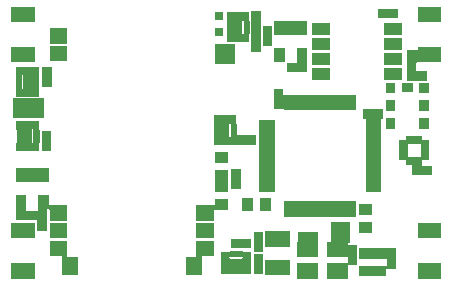
<source format=gts>
G04 #@! TF.FileFunction,Soldermask,Top*
%FSLAX46Y46*%
G04 Gerber Fmt 4.6, Leading zero omitted, Abs format (unit mm)*
G04 Created by KiCad (PCBNEW (2016-04-05 BZR 6665, Git e1b308b)-product) date 04.05.2016 13:46:03*
%MOMM*%
G01*
G04 APERTURE LIST*
%ADD10C,0.100000*%
G04 APERTURE END LIST*
D10*
G36*
X200300000Y-103750000D02*
X198500000Y-103750000D01*
X198500000Y-102450000D01*
X200300000Y-102450000D01*
X200300000Y-103750000D01*
X200300000Y-103750000D01*
G37*
G36*
X203000000Y-100700000D02*
X202850000Y-100700000D01*
X202840245Y-100700961D01*
X202830866Y-100703806D01*
X202822221Y-100708427D01*
X202814645Y-100714645D01*
X202808427Y-100722221D01*
X202803806Y-100730866D01*
X202800961Y-100740245D01*
X202800000Y-100750000D01*
X202800000Y-100850000D01*
X202800961Y-100859755D01*
X202803806Y-100869134D01*
X202808427Y-100877779D01*
X202814645Y-100885355D01*
X202822221Y-100891573D01*
X202830866Y-100896194D01*
X202840245Y-100899039D01*
X202850000Y-100900000D01*
X203600000Y-100900000D01*
X203600000Y-102600000D01*
X202850000Y-102600000D01*
X202840245Y-102600961D01*
X202830866Y-102603806D01*
X202822221Y-102608427D01*
X202814645Y-102614645D01*
X202808427Y-102622221D01*
X202803806Y-102630866D01*
X202800961Y-102640245D01*
X202800000Y-102650000D01*
X202800000Y-103750000D01*
X201000000Y-103750000D01*
X201000000Y-102450000D01*
X202750000Y-102450000D01*
X202759755Y-102449039D01*
X202769134Y-102446194D01*
X202777779Y-102441573D01*
X202785355Y-102435355D01*
X202791573Y-102427779D01*
X202796194Y-102419134D01*
X202799039Y-102409755D01*
X202800000Y-102400000D01*
X202800000Y-102000000D01*
X202799039Y-101990245D01*
X202796194Y-101980866D01*
X202791573Y-101972221D01*
X202785355Y-101964645D01*
X202777779Y-101958427D01*
X202769134Y-101953806D01*
X202759755Y-101950961D01*
X202750000Y-101950000D01*
X201000000Y-101950000D01*
X201000000Y-100650000D01*
X201350000Y-100650000D01*
X201359755Y-100649039D01*
X201369134Y-100646194D01*
X201377779Y-100641573D01*
X201385355Y-100635355D01*
X201391573Y-100627779D01*
X201396194Y-100619134D01*
X201399039Y-100609755D01*
X201400000Y-100600000D01*
X201400000Y-99000000D01*
X203000000Y-99000000D01*
X203000000Y-100700000D01*
X203000000Y-100700000D01*
G37*
G36*
X176300000Y-103750000D02*
X174300000Y-103750000D01*
X174300000Y-102450000D01*
X176300000Y-102450000D01*
X176300000Y-103750000D01*
X176300000Y-103750000D01*
G37*
G36*
X210700000Y-103750000D02*
X208700000Y-103750000D01*
X208700000Y-102450000D01*
X210700000Y-102450000D01*
X210700000Y-103750000D01*
X210700000Y-103750000D01*
G37*
G36*
X206050961Y-101159755D02*
X206053806Y-101169134D01*
X206058427Y-101177779D01*
X206064645Y-101185355D01*
X206072221Y-101191573D01*
X206080866Y-101196194D01*
X206090245Y-101199039D01*
X206100000Y-101200000D01*
X206900000Y-101200000D01*
X206900000Y-102900000D01*
X206100000Y-102900000D01*
X206090245Y-102900961D01*
X206080866Y-102903806D01*
X206072221Y-102908427D01*
X206064645Y-102914645D01*
X206058427Y-102922221D01*
X206053806Y-102930866D01*
X206050961Y-102940245D01*
X206050000Y-102950000D01*
X206050000Y-103550000D01*
X203750000Y-103550000D01*
X203750000Y-102650000D01*
X206050000Y-102650000D01*
X206059755Y-102649039D01*
X206069134Y-102646194D01*
X206077779Y-102641573D01*
X206085355Y-102635355D01*
X206091573Y-102627779D01*
X206096194Y-102619134D01*
X206099039Y-102609755D01*
X206100000Y-102600000D01*
X206100000Y-102100000D01*
X206099039Y-102090245D01*
X206096194Y-102080866D01*
X206091573Y-102072221D01*
X206085355Y-102064645D01*
X206077779Y-102058427D01*
X206069134Y-102053806D01*
X206059755Y-102050961D01*
X206050000Y-102050000D01*
X203750000Y-102050000D01*
X203750000Y-101150000D01*
X206050000Y-101150000D01*
X206050961Y-101159755D01*
X206050961Y-101159755D01*
G37*
G36*
X179050000Y-101900000D02*
X179050961Y-101909755D01*
X179053806Y-101919134D01*
X179058427Y-101927779D01*
X179064645Y-101935355D01*
X179072221Y-101941573D01*
X179080866Y-101946194D01*
X179090245Y-101949039D01*
X179100000Y-101950000D01*
X179920000Y-101950000D01*
X179920000Y-103450000D01*
X178620000Y-103450000D01*
X178620000Y-101900000D01*
X178619039Y-101890245D01*
X178616194Y-101880866D01*
X178611573Y-101872221D01*
X178605355Y-101864645D01*
X178597779Y-101858427D01*
X178589134Y-101853806D01*
X178579755Y-101850961D01*
X178570000Y-101850000D01*
X177550000Y-101850000D01*
X177550000Y-100550000D01*
X179050000Y-100550000D01*
X179050000Y-101900000D01*
X179050000Y-101900000D01*
G37*
G36*
X191450000Y-101850000D02*
X190470000Y-101850000D01*
X190460245Y-101850961D01*
X190450866Y-101853806D01*
X190442221Y-101858427D01*
X190434645Y-101864645D01*
X190428427Y-101872221D01*
X190423806Y-101880866D01*
X190420961Y-101890245D01*
X190420000Y-101900000D01*
X190420000Y-103450000D01*
X189120000Y-103450000D01*
X189120000Y-101950000D01*
X189900000Y-101950000D01*
X189909755Y-101949039D01*
X189919134Y-101946194D01*
X189927779Y-101941573D01*
X189935355Y-101935355D01*
X189941573Y-101927779D01*
X189946194Y-101919134D01*
X189949039Y-101909755D01*
X189950000Y-101900000D01*
X189950000Y-100550000D01*
X191450000Y-100550000D01*
X191450000Y-101850000D01*
X191450000Y-101850000D01*
G37*
G36*
X197900000Y-103450000D02*
X195800000Y-103450000D01*
X195800000Y-102150000D01*
X197900000Y-102150000D01*
X197900000Y-103450000D01*
X197900000Y-103450000D01*
G37*
G36*
X195600000Y-103400000D02*
X194800000Y-103400000D01*
X194800000Y-101700000D01*
X195600000Y-101700000D01*
X195600000Y-103400000D01*
X195600000Y-103400000D01*
G37*
G36*
X193892500Y-101420000D02*
X193893461Y-101429755D01*
X193896306Y-101439134D01*
X193900927Y-101447779D01*
X193907145Y-101455355D01*
X193914721Y-101461573D01*
X193923366Y-101466194D01*
X193932745Y-101469039D01*
X193942500Y-101470000D01*
X194600000Y-101470000D01*
X194600000Y-103370000D01*
X193889750Y-103370000D01*
X193885355Y-103364645D01*
X193877779Y-103358427D01*
X193869134Y-103353806D01*
X193859755Y-103350961D01*
X193850000Y-103350000D01*
X192800000Y-103350000D01*
X192790245Y-103350961D01*
X192780866Y-103353806D01*
X192772221Y-103358427D01*
X192764645Y-103364645D01*
X192760250Y-103370000D01*
X192050000Y-103370000D01*
X192050000Y-101995000D01*
X192750000Y-101995000D01*
X192750000Y-102000000D01*
X192750961Y-102009755D01*
X192753806Y-102019134D01*
X192758427Y-102027779D01*
X192764645Y-102035355D01*
X192772221Y-102041573D01*
X192780866Y-102046194D01*
X192790245Y-102049039D01*
X192800000Y-102050000D01*
X193850000Y-102050000D01*
X193859755Y-102049039D01*
X193869134Y-102046194D01*
X193877779Y-102041573D01*
X193885355Y-102035355D01*
X193891573Y-102027779D01*
X193896194Y-102019134D01*
X193899039Y-102009755D01*
X193900000Y-102000000D01*
X193900000Y-101995000D01*
X193899039Y-101985245D01*
X193896194Y-101975866D01*
X193891573Y-101967221D01*
X193885355Y-101959645D01*
X193877779Y-101953427D01*
X193869134Y-101948806D01*
X193859755Y-101945961D01*
X193850000Y-101945000D01*
X192800000Y-101945000D01*
X192790245Y-101945961D01*
X192780866Y-101948806D01*
X192772221Y-101953427D01*
X192764645Y-101959645D01*
X192758427Y-101967221D01*
X192753806Y-101975866D01*
X192750961Y-101985245D01*
X192750000Y-101995000D01*
X192050000Y-101995000D01*
X192050000Y-101470000D01*
X192757500Y-101470000D01*
X192767255Y-101469039D01*
X192776634Y-101466194D01*
X192785279Y-101461573D01*
X192792855Y-101455355D01*
X192799073Y-101447779D01*
X192803694Y-101439134D01*
X192806539Y-101429755D01*
X192807500Y-101420000D01*
X192807500Y-101415000D01*
X193892500Y-101415000D01*
X193892500Y-101420000D01*
X193892500Y-101420000D01*
G37*
G36*
X200300000Y-101950000D02*
X198500000Y-101950000D01*
X198500000Y-100650000D01*
X198550000Y-100650000D01*
X198559755Y-100649039D01*
X198569134Y-100646194D01*
X198577779Y-100641573D01*
X198585355Y-100635355D01*
X198591573Y-100627779D01*
X198596194Y-100619134D01*
X198599039Y-100609755D01*
X198600000Y-100600000D01*
X198600000Y-99800000D01*
X200300000Y-99800000D01*
X200300000Y-101950000D01*
X200300000Y-101950000D01*
G37*
G36*
X195600000Y-101500000D02*
X194800000Y-101500000D01*
X194800000Y-99800000D01*
X195600000Y-99800000D01*
X195600000Y-101500000D01*
X195600000Y-101500000D01*
G37*
G36*
X194600000Y-101200000D02*
X192900000Y-101200000D01*
X192900000Y-100400000D01*
X194600000Y-100400000D01*
X194600000Y-101200000D01*
X194600000Y-101200000D01*
G37*
G36*
X197900000Y-101050000D02*
X195800000Y-101050000D01*
X195800000Y-99750000D01*
X197900000Y-99750000D01*
X197900000Y-101050000D01*
X197900000Y-101050000D01*
G37*
G36*
X210700000Y-100350000D02*
X208700000Y-100350000D01*
X208700000Y-99050000D01*
X210700000Y-99050000D01*
X210700000Y-100350000D01*
X210700000Y-100350000D01*
G37*
G36*
X176300000Y-100350000D02*
X174300000Y-100350000D01*
X174300000Y-99050000D01*
X176300000Y-99050000D01*
X176300000Y-100350000D01*
X176300000Y-100350000D01*
G37*
G36*
X191450000Y-100350000D02*
X189950000Y-100350000D01*
X189950000Y-99050000D01*
X191450000Y-99050000D01*
X191450000Y-100350000D01*
X191450000Y-100350000D01*
G37*
G36*
X179050000Y-100350000D02*
X177550000Y-100350000D01*
X177550000Y-99050000D01*
X179050000Y-99050000D01*
X179050000Y-100350000D01*
X179050000Y-100350000D01*
G37*
G36*
X204850000Y-99850000D02*
X203750000Y-99850000D01*
X203750000Y-98950000D01*
X204850000Y-98950000D01*
X204850000Y-99850000D01*
X204850000Y-99850000D01*
G37*
G36*
X175550000Y-97950000D02*
X175550961Y-97959755D01*
X175553806Y-97969134D01*
X175558427Y-97977779D01*
X175564645Y-97985355D01*
X175572221Y-97991573D01*
X175580866Y-97996194D01*
X175590245Y-97999039D01*
X175600000Y-98000000D01*
X176500000Y-98000000D01*
X176509755Y-97999039D01*
X176519134Y-97996194D01*
X176527779Y-97991573D01*
X176535355Y-97985355D01*
X176541573Y-97977779D01*
X176546194Y-97969134D01*
X176549039Y-97959755D01*
X176550000Y-97950000D01*
X176550000Y-96700000D01*
X177450000Y-96700000D01*
X177450000Y-97500000D01*
X177450961Y-97509755D01*
X177453806Y-97519134D01*
X177458427Y-97527779D01*
X177464645Y-97535355D01*
X177472221Y-97541573D01*
X177480866Y-97546194D01*
X177490245Y-97549039D01*
X177500000Y-97550000D01*
X179050000Y-97550000D01*
X179050000Y-98850000D01*
X177550000Y-98850000D01*
X177550000Y-97950000D01*
X177549039Y-97940245D01*
X177546194Y-97930866D01*
X177541573Y-97922221D01*
X177535355Y-97914645D01*
X177527779Y-97908427D01*
X177519134Y-97903806D01*
X177509755Y-97900961D01*
X177500000Y-97900000D01*
X177350000Y-97900000D01*
X177340245Y-97900961D01*
X177330866Y-97903806D01*
X177322221Y-97908427D01*
X177314645Y-97914645D01*
X177308427Y-97922221D01*
X177303806Y-97930866D01*
X177300961Y-97940245D01*
X177300000Y-97950000D01*
X177300000Y-99700000D01*
X176500000Y-99700000D01*
X176500000Y-98850000D01*
X176499039Y-98840245D01*
X176496194Y-98830866D01*
X176491573Y-98822221D01*
X176485355Y-98814645D01*
X176477779Y-98808427D01*
X176469134Y-98803806D01*
X176459755Y-98800961D01*
X176450000Y-98800000D01*
X174700000Y-98800000D01*
X174700000Y-97950000D01*
X174699039Y-97940245D01*
X174696194Y-97930866D01*
X174691573Y-97922221D01*
X174685355Y-97914645D01*
X174677779Y-97908427D01*
X174669134Y-97903806D01*
X174659755Y-97900961D01*
X174650000Y-97900000D01*
X174650000Y-96700000D01*
X175550000Y-96700000D01*
X175550000Y-97950000D01*
X175550000Y-97950000D01*
G37*
G36*
X192650000Y-97950000D02*
X191500000Y-97950000D01*
X191490245Y-97950961D01*
X191480866Y-97953806D01*
X191472221Y-97958427D01*
X191464645Y-97964645D01*
X191458427Y-97972221D01*
X191453806Y-97980866D01*
X191450961Y-97990245D01*
X191450000Y-98000000D01*
X191450000Y-98850000D01*
X189950000Y-98850000D01*
X189950000Y-97550000D01*
X191500000Y-97550000D01*
X191509755Y-97549039D01*
X191519134Y-97546194D01*
X191527779Y-97541573D01*
X191535355Y-97535355D01*
X191541573Y-97527779D01*
X191546194Y-97519134D01*
X191549039Y-97509755D01*
X191550000Y-97500000D01*
X191550000Y-97050000D01*
X192650000Y-97050000D01*
X192650000Y-97950000D01*
X192650000Y-97950000D01*
G37*
G36*
X203500000Y-98500000D02*
X197400000Y-98500000D01*
X197400000Y-97200000D01*
X203500000Y-97200000D01*
X203500000Y-98500000D01*
X203500000Y-98500000D01*
G37*
G36*
X204850000Y-98350000D02*
X203750000Y-98350000D01*
X203750000Y-97450000D01*
X204850000Y-97450000D01*
X204850000Y-98350000D01*
X204850000Y-98350000D01*
G37*
G36*
X196250000Y-98050000D02*
X195350000Y-98050000D01*
X195350000Y-96950000D01*
X196250000Y-96950000D01*
X196250000Y-98050000D01*
X196250000Y-98050000D01*
G37*
G36*
X194750000Y-98050000D02*
X193850000Y-98050000D01*
X193850000Y-96950000D01*
X194750000Y-96950000D01*
X194750000Y-98050000D01*
X194750000Y-98050000D01*
G37*
G36*
X192650000Y-96450000D02*
X191550000Y-96450000D01*
X191550000Y-94550000D01*
X192650000Y-94550000D01*
X192650000Y-96450000D01*
X192650000Y-96450000D01*
G37*
G36*
X205800000Y-90200000D02*
X205650000Y-90200000D01*
X205640245Y-90200961D01*
X205630866Y-90203806D01*
X205622221Y-90208427D01*
X205614645Y-90214645D01*
X205608427Y-90222221D01*
X205603806Y-90230866D01*
X205600961Y-90240245D01*
X205600000Y-90250000D01*
X205600000Y-96400000D01*
X204300000Y-96400000D01*
X204300000Y-90250000D01*
X204299039Y-90240245D01*
X204296194Y-90230866D01*
X204291573Y-90222221D01*
X204285355Y-90214645D01*
X204277779Y-90208427D01*
X204269134Y-90203806D01*
X204259755Y-90200961D01*
X204250000Y-90200000D01*
X204100000Y-90200000D01*
X204100000Y-89400000D01*
X205800000Y-89400000D01*
X205800000Y-90200000D01*
X205800000Y-90200000D01*
G37*
G36*
X196600000Y-96400000D02*
X195300000Y-96400000D01*
X195300000Y-90300000D01*
X196600000Y-90300000D01*
X196600000Y-96400000D01*
X196600000Y-96400000D01*
G37*
G36*
X193700000Y-96200000D02*
X192900000Y-96200000D01*
X192900000Y-94500000D01*
X193700000Y-94500000D01*
X193700000Y-96200000D01*
X193700000Y-96200000D01*
G37*
G36*
X177450000Y-95600000D02*
X174650000Y-95600000D01*
X174650000Y-94400000D01*
X177450000Y-94400000D01*
X177450000Y-95600000D01*
X177450000Y-95600000D01*
G37*
G36*
X209050000Y-92000000D02*
X209050961Y-92009755D01*
X209053806Y-92019134D01*
X209058427Y-92027779D01*
X209064645Y-92035355D01*
X209072221Y-92041573D01*
X209080866Y-92046194D01*
X209090245Y-92049039D01*
X209100000Y-92050000D01*
X209650000Y-92050000D01*
X209650000Y-93750000D01*
X209100000Y-93750000D01*
X209090245Y-93750961D01*
X209080866Y-93753806D01*
X209072221Y-93758427D01*
X209064645Y-93764645D01*
X209058427Y-93772221D01*
X209053806Y-93780866D01*
X209050961Y-93790245D01*
X209050000Y-93800000D01*
X209050000Y-94150000D01*
X209050961Y-94159755D01*
X209053806Y-94169134D01*
X209058427Y-94177779D01*
X209064645Y-94185355D01*
X209072221Y-94191573D01*
X209080866Y-94196194D01*
X209090245Y-94199039D01*
X209100000Y-94200000D01*
X209900000Y-94200000D01*
X209900000Y-95000000D01*
X208200000Y-95000000D01*
X208200000Y-94200000D01*
X208199039Y-94190245D01*
X208196194Y-94180866D01*
X208191573Y-94172221D01*
X208185355Y-94164645D01*
X208177779Y-94158427D01*
X208169134Y-94153806D01*
X208159755Y-94150961D01*
X208150000Y-94150000D01*
X207750000Y-94150000D01*
X207750000Y-93800000D01*
X207749039Y-93790245D01*
X207746194Y-93780866D01*
X207741573Y-93772221D01*
X207735355Y-93764645D01*
X207727779Y-93758427D01*
X207719134Y-93753806D01*
X207709755Y-93750961D01*
X207700000Y-93750000D01*
X207150000Y-93750000D01*
X207150000Y-92400000D01*
X207850000Y-92400000D01*
X207850000Y-93400000D01*
X207850961Y-93409755D01*
X207853806Y-93419134D01*
X207858427Y-93427779D01*
X207864645Y-93435355D01*
X207872221Y-93441573D01*
X207880866Y-93446194D01*
X207890245Y-93449039D01*
X207900000Y-93450000D01*
X208900000Y-93450000D01*
X208909755Y-93449039D01*
X208919134Y-93446194D01*
X208927779Y-93441573D01*
X208935355Y-93435355D01*
X208941573Y-93427779D01*
X208946194Y-93419134D01*
X208949039Y-93409755D01*
X208950000Y-93400000D01*
X208950000Y-92400000D01*
X208949039Y-92390245D01*
X208946194Y-92380866D01*
X208941573Y-92372221D01*
X208935355Y-92364645D01*
X208927779Y-92358427D01*
X208919134Y-92353806D01*
X208909755Y-92350961D01*
X208900000Y-92350000D01*
X207900000Y-92350000D01*
X207890245Y-92350961D01*
X207880866Y-92353806D01*
X207872221Y-92358427D01*
X207864645Y-92364645D01*
X207858427Y-92372221D01*
X207853806Y-92380866D01*
X207850961Y-92390245D01*
X207850000Y-92400000D01*
X207150000Y-92400000D01*
X207150000Y-92050000D01*
X207700000Y-92050000D01*
X207709755Y-92049039D01*
X207719134Y-92046194D01*
X207727779Y-92041573D01*
X207735355Y-92035355D01*
X207741573Y-92027779D01*
X207746194Y-92019134D01*
X207749039Y-92009755D01*
X207750000Y-92000000D01*
X207750000Y-91650000D01*
X209050000Y-91650000D01*
X209050000Y-92000000D01*
X209050000Y-92000000D01*
G37*
G36*
X192650000Y-93950000D02*
X191550000Y-93950000D01*
X191550000Y-93050000D01*
X192650000Y-93050000D01*
X192650000Y-93950000D01*
X192650000Y-93950000D01*
G37*
G36*
X177675000Y-92975000D02*
X176875000Y-92975000D01*
X176875000Y-91275000D01*
X177675000Y-91275000D01*
X177675000Y-92975000D01*
X177675000Y-92975000D01*
G37*
G36*
X176630000Y-91127500D02*
X176630961Y-91137255D01*
X176633806Y-91146634D01*
X176638427Y-91155279D01*
X176644645Y-91162855D01*
X176652221Y-91169073D01*
X176660866Y-91173694D01*
X176670245Y-91176539D01*
X176680000Y-91177500D01*
X176685000Y-91177500D01*
X176685000Y-92262500D01*
X176680000Y-92262500D01*
X176670245Y-92263461D01*
X176660866Y-92266306D01*
X176652221Y-92270927D01*
X176644645Y-92277145D01*
X176638427Y-92284721D01*
X176633806Y-92293366D01*
X176630961Y-92302745D01*
X176630000Y-92312500D01*
X176630000Y-92970000D01*
X174730000Y-92970000D01*
X174730000Y-92259750D01*
X174735355Y-92255355D01*
X174741573Y-92247779D01*
X174746194Y-92239134D01*
X174749039Y-92229755D01*
X174750000Y-92220000D01*
X174750000Y-91170000D01*
X176050000Y-91170000D01*
X176050000Y-92220000D01*
X176050961Y-92229755D01*
X176053806Y-92239134D01*
X176058427Y-92247779D01*
X176064645Y-92255355D01*
X176072221Y-92261573D01*
X176080866Y-92266194D01*
X176090245Y-92269039D01*
X176100000Y-92270000D01*
X176105000Y-92270000D01*
X176114755Y-92269039D01*
X176124134Y-92266194D01*
X176132779Y-92261573D01*
X176140355Y-92255355D01*
X176146573Y-92247779D01*
X176151194Y-92239134D01*
X176154039Y-92229755D01*
X176155000Y-92220000D01*
X176155000Y-91170000D01*
X176154039Y-91160245D01*
X176151194Y-91150866D01*
X176146573Y-91142221D01*
X176140355Y-91134645D01*
X176132779Y-91128427D01*
X176124134Y-91123806D01*
X176114755Y-91120961D01*
X176105000Y-91120000D01*
X176100000Y-91120000D01*
X176090245Y-91120961D01*
X176080866Y-91123806D01*
X176072221Y-91128427D01*
X176064645Y-91134645D01*
X176058427Y-91142221D01*
X176053806Y-91150866D01*
X176050961Y-91160245D01*
X176050000Y-91170000D01*
X174750000Y-91170000D01*
X174749039Y-91160245D01*
X174746194Y-91150866D01*
X174741573Y-91142221D01*
X174735355Y-91134645D01*
X174730000Y-91130250D01*
X174730000Y-90420000D01*
X176630000Y-90420000D01*
X176630000Y-91127500D01*
X176630000Y-91127500D01*
G37*
G36*
X193330000Y-90627500D02*
X193330961Y-90637255D01*
X193333806Y-90646634D01*
X193338427Y-90655279D01*
X193344645Y-90662855D01*
X193352221Y-90669073D01*
X193360866Y-90673694D01*
X193370245Y-90676539D01*
X193380000Y-90677500D01*
X193385000Y-90677500D01*
X193385000Y-91575000D01*
X193385961Y-91584755D01*
X193388806Y-91594134D01*
X193393427Y-91602779D01*
X193399645Y-91610355D01*
X193407221Y-91616573D01*
X193415866Y-91621194D01*
X193425245Y-91624039D01*
X193435000Y-91625000D01*
X195025000Y-91625000D01*
X195025000Y-92425000D01*
X193380000Y-92425000D01*
X193370245Y-92425961D01*
X193360866Y-92428806D01*
X193352221Y-92433427D01*
X193344645Y-92439645D01*
X193338427Y-92447221D01*
X193333806Y-92455866D01*
X193330961Y-92465245D01*
X193330493Y-92470000D01*
X191430000Y-92470000D01*
X191430000Y-91759750D01*
X191435355Y-91755355D01*
X191441573Y-91747779D01*
X191446194Y-91739134D01*
X191449039Y-91729755D01*
X191450000Y-91720000D01*
X191450000Y-90670000D01*
X192750000Y-90670000D01*
X192750000Y-91720000D01*
X192750961Y-91729755D01*
X192753806Y-91739134D01*
X192758427Y-91747779D01*
X192764645Y-91755355D01*
X192772221Y-91761573D01*
X192780866Y-91766194D01*
X192790245Y-91769039D01*
X192800000Y-91770000D01*
X192805000Y-91770000D01*
X192814755Y-91769039D01*
X192824134Y-91766194D01*
X192832779Y-91761573D01*
X192840355Y-91755355D01*
X192846573Y-91747779D01*
X192851194Y-91739134D01*
X192854039Y-91729755D01*
X192855000Y-91720000D01*
X192855000Y-90670000D01*
X192854039Y-90660245D01*
X192851194Y-90650866D01*
X192846573Y-90642221D01*
X192840355Y-90634645D01*
X192832779Y-90628427D01*
X192824134Y-90623806D01*
X192814755Y-90620961D01*
X192805000Y-90620000D01*
X192800000Y-90620000D01*
X192790245Y-90620961D01*
X192780866Y-90623806D01*
X192772221Y-90628427D01*
X192764645Y-90634645D01*
X192758427Y-90642221D01*
X192753806Y-90650866D01*
X192750961Y-90660245D01*
X192750000Y-90670000D01*
X191450000Y-90670000D01*
X191449039Y-90660245D01*
X191446194Y-90650866D01*
X191441573Y-90642221D01*
X191435355Y-90634645D01*
X191430000Y-90630250D01*
X191430000Y-89920000D01*
X193330000Y-89920000D01*
X193330000Y-90627500D01*
X193330000Y-90627500D01*
G37*
G36*
X209650000Y-91050000D02*
X208850000Y-91050000D01*
X208850000Y-90150000D01*
X209650000Y-90150000D01*
X209650000Y-91050000D01*
X209650000Y-91050000D01*
G37*
G36*
X206800000Y-91050000D02*
X206000000Y-91050000D01*
X206000000Y-90150000D01*
X206800000Y-90150000D01*
X206800000Y-91050000D01*
X206800000Y-91050000D01*
G37*
G36*
X177060387Y-90186327D02*
X174460387Y-90186327D01*
X174460387Y-88486327D01*
X177060387Y-88486327D01*
X177060387Y-90186327D01*
X177060387Y-90186327D01*
G37*
G36*
X206800000Y-89550000D02*
X206000000Y-89550000D01*
X206000000Y-88650000D01*
X206800000Y-88650000D01*
X206800000Y-89550000D01*
X206800000Y-89550000D01*
G37*
G36*
X209650000Y-89550000D02*
X208850000Y-89550000D01*
X208850000Y-88650000D01*
X209650000Y-88650000D01*
X209650000Y-89550000D01*
X209650000Y-89550000D01*
G37*
G36*
X197300000Y-88150000D02*
X197300961Y-88159755D01*
X197303806Y-88169134D01*
X197308427Y-88177779D01*
X197314645Y-88185355D01*
X197322221Y-88191573D01*
X197330866Y-88196194D01*
X197340245Y-88199039D01*
X197350000Y-88200000D01*
X203500000Y-88200000D01*
X203500000Y-89500000D01*
X197400000Y-89500000D01*
X197400000Y-89450000D01*
X197399039Y-89440245D01*
X197396194Y-89430866D01*
X197391573Y-89422221D01*
X197385355Y-89414645D01*
X197377779Y-89408427D01*
X197369134Y-89403806D01*
X197359755Y-89400961D01*
X197350000Y-89400000D01*
X196500000Y-89400000D01*
X196500000Y-87700000D01*
X197300000Y-87700000D01*
X197300000Y-88150000D01*
X197300000Y-88150000D01*
G37*
G36*
X176630387Y-86526577D02*
X176625032Y-86530972D01*
X176618814Y-86538548D01*
X176614193Y-86547193D01*
X176611348Y-86556572D01*
X176610387Y-86566327D01*
X176610387Y-87616327D01*
X176611348Y-87626082D01*
X176614193Y-87635461D01*
X176618814Y-87644106D01*
X176625032Y-87651682D01*
X176630387Y-87656077D01*
X176630387Y-88366327D01*
X174730387Y-88366327D01*
X174730387Y-87658827D01*
X174729426Y-87649072D01*
X174726581Y-87639693D01*
X174721960Y-87631048D01*
X174715742Y-87623472D01*
X174708166Y-87617254D01*
X174699521Y-87612633D01*
X174690142Y-87609788D01*
X174680387Y-87608827D01*
X174675387Y-87608827D01*
X174675387Y-86566327D01*
X175205387Y-86566327D01*
X175205387Y-87616327D01*
X175206348Y-87626082D01*
X175209193Y-87635461D01*
X175213814Y-87644106D01*
X175220032Y-87651682D01*
X175227608Y-87657900D01*
X175236253Y-87662521D01*
X175245632Y-87665366D01*
X175255387Y-87666327D01*
X175260387Y-87666327D01*
X175270142Y-87665366D01*
X175279521Y-87662521D01*
X175288166Y-87657900D01*
X175295742Y-87651682D01*
X175301960Y-87644106D01*
X175306581Y-87635461D01*
X175309426Y-87626082D01*
X175310387Y-87616327D01*
X175310387Y-86566327D01*
X175309426Y-86556572D01*
X175306581Y-86547193D01*
X175301960Y-86538548D01*
X175295742Y-86530972D01*
X175288166Y-86524754D01*
X175279521Y-86520133D01*
X175270142Y-86517288D01*
X175260387Y-86516327D01*
X175255387Y-86516327D01*
X175245632Y-86517288D01*
X175236253Y-86520133D01*
X175227608Y-86524754D01*
X175220032Y-86530972D01*
X175213814Y-86538548D01*
X175209193Y-86547193D01*
X175206348Y-86556572D01*
X175205387Y-86566327D01*
X174675387Y-86566327D01*
X174675387Y-86523827D01*
X174680387Y-86523827D01*
X174690142Y-86522866D01*
X174699521Y-86520021D01*
X174708166Y-86515400D01*
X174715742Y-86509182D01*
X174721960Y-86501606D01*
X174726581Y-86492961D01*
X174729426Y-86483582D01*
X174730387Y-86473827D01*
X174730387Y-85816327D01*
X176630387Y-85816327D01*
X176630387Y-86526577D01*
X176630387Y-86526577D01*
G37*
G36*
X206800000Y-88050000D02*
X206000000Y-88050000D01*
X206000000Y-87150000D01*
X206800000Y-87150000D01*
X206800000Y-88050000D01*
X206800000Y-88050000D01*
G37*
G36*
X209650000Y-88050000D02*
X208850000Y-88050000D01*
X208850000Y-87150000D01*
X209650000Y-87150000D01*
X209650000Y-88050000D01*
X209650000Y-88050000D01*
G37*
G36*
X208300000Y-87950000D02*
X207400000Y-87950000D01*
X207400000Y-87150000D01*
X208300000Y-87150000D01*
X208300000Y-87950000D01*
X208300000Y-87950000D01*
G37*
G36*
X177700000Y-87500000D02*
X176900000Y-87500000D01*
X176900000Y-85800000D01*
X177700000Y-85800000D01*
X177700000Y-87500000D01*
X177700000Y-87500000D01*
G37*
G36*
X210700000Y-85450000D02*
X208650000Y-85450000D01*
X208640245Y-85450961D01*
X208630866Y-85453806D01*
X208622221Y-85458427D01*
X208614645Y-85464645D01*
X208608427Y-85472221D01*
X208603806Y-85480866D01*
X208600961Y-85490245D01*
X208600000Y-85500000D01*
X208600000Y-86150000D01*
X208600961Y-86159755D01*
X208603806Y-86169134D01*
X208608427Y-86177779D01*
X208614645Y-86185355D01*
X208622221Y-86191573D01*
X208630866Y-86196194D01*
X208640245Y-86199039D01*
X208650000Y-86200000D01*
X209500000Y-86200000D01*
X209500000Y-87000000D01*
X207800000Y-87000000D01*
X207800000Y-84400000D01*
X208650000Y-84400000D01*
X208659755Y-84399039D01*
X208669134Y-84396194D01*
X208677779Y-84391573D01*
X208685355Y-84385355D01*
X208691573Y-84377779D01*
X208696194Y-84369134D01*
X208699039Y-84359755D01*
X208700000Y-84350000D01*
X208700000Y-84150000D01*
X210700000Y-84150000D01*
X210700000Y-85450000D01*
X210700000Y-85450000D01*
G37*
G36*
X207381000Y-86910000D02*
X205811000Y-86910000D01*
X205811000Y-85910000D01*
X207381000Y-85910000D01*
X207381000Y-86910000D01*
X207381000Y-86910000D01*
G37*
G36*
X201285000Y-86910000D02*
X199715000Y-86910000D01*
X199715000Y-85910000D01*
X201285000Y-85910000D01*
X201285000Y-86910000D01*
X201285000Y-86910000D01*
G37*
G36*
X199350000Y-85400000D02*
X199340245Y-85400961D01*
X199330866Y-85403806D01*
X199322221Y-85408427D01*
X199314645Y-85414645D01*
X199308427Y-85422221D01*
X199303806Y-85430866D01*
X199300961Y-85440245D01*
X199300000Y-85450000D01*
X199300000Y-86300000D01*
X197600000Y-86300000D01*
X197600000Y-85500000D01*
X198400000Y-85500000D01*
X198409755Y-85499039D01*
X198419134Y-85496194D01*
X198427779Y-85491573D01*
X198435355Y-85485355D01*
X198441573Y-85477779D01*
X198446194Y-85469134D01*
X198449039Y-85459755D01*
X198450000Y-85450000D01*
X198450000Y-84200000D01*
X199350000Y-84200000D01*
X199350000Y-85400000D01*
X199350000Y-85400000D01*
G37*
G36*
X201285000Y-85640000D02*
X199715000Y-85640000D01*
X199715000Y-84640000D01*
X201285000Y-84640000D01*
X201285000Y-85640000D01*
X201285000Y-85640000D01*
G37*
G36*
X207381000Y-85640000D02*
X205811000Y-85640000D01*
X205811000Y-84640000D01*
X207381000Y-84640000D01*
X207381000Y-85640000D01*
X207381000Y-85640000D01*
G37*
G36*
X193200000Y-85600000D02*
X191500000Y-85600000D01*
X191500000Y-83900000D01*
X193200000Y-83900000D01*
X193200000Y-85600000D01*
X193200000Y-85600000D01*
G37*
G36*
X176300000Y-85450000D02*
X174300000Y-85450000D01*
X174300000Y-84150000D01*
X176300000Y-84150000D01*
X176300000Y-85450000D01*
X176300000Y-85450000D01*
G37*
G36*
X197450000Y-85400000D02*
X196550000Y-85400000D01*
X196550000Y-84200000D01*
X197450000Y-84200000D01*
X197450000Y-85400000D01*
X197450000Y-85400000D01*
G37*
G36*
X179050000Y-85350000D02*
X177550000Y-85350000D01*
X177550000Y-84050000D01*
X179050000Y-84050000D01*
X179050000Y-85350000D01*
X179050000Y-85350000D01*
G37*
G36*
X195400000Y-84600000D02*
X194600000Y-84600000D01*
X194600000Y-81100000D01*
X195400000Y-81100000D01*
X195400000Y-84600000D01*
X195400000Y-84600000D01*
G37*
G36*
X207381000Y-84370000D02*
X205811000Y-84370000D01*
X205811000Y-83370000D01*
X207381000Y-83370000D01*
X207381000Y-84370000D01*
X207381000Y-84370000D01*
G37*
G36*
X201285000Y-84370000D02*
X199715000Y-84370000D01*
X199715000Y-83370000D01*
X201285000Y-83370000D01*
X201285000Y-84370000D01*
X201285000Y-84370000D01*
G37*
G36*
X196400000Y-84100000D02*
X195600000Y-84100000D01*
X195600000Y-82400000D01*
X196400000Y-82400000D01*
X196400000Y-84100000D01*
X196400000Y-84100000D01*
G37*
G36*
X179050000Y-83850000D02*
X177550000Y-83850000D01*
X177550000Y-82550000D01*
X179050000Y-82550000D01*
X179050000Y-83850000D01*
X179050000Y-83850000D01*
G37*
G36*
X194430000Y-81899500D02*
X194430961Y-81909255D01*
X194433806Y-81918634D01*
X194438427Y-81927279D01*
X194444645Y-81934855D01*
X194452221Y-81941073D01*
X194460866Y-81945694D01*
X194470245Y-81948539D01*
X194480000Y-81949500D01*
X194485000Y-81949500D01*
X194485000Y-83034500D01*
X194480000Y-83034500D01*
X194470245Y-83035461D01*
X194460866Y-83038306D01*
X194452221Y-83042927D01*
X194444645Y-83049145D01*
X194438427Y-83056721D01*
X194433806Y-83065366D01*
X194430961Y-83074745D01*
X194430000Y-83084500D01*
X194430000Y-83742000D01*
X192530000Y-83742000D01*
X192530000Y-83031750D01*
X192535355Y-83027355D01*
X192541573Y-83019779D01*
X192546194Y-83011134D01*
X192549039Y-83001755D01*
X192550000Y-82992000D01*
X192550000Y-81942000D01*
X193850000Y-81942000D01*
X193850000Y-82992000D01*
X193850961Y-83001755D01*
X193853806Y-83011134D01*
X193858427Y-83019779D01*
X193864645Y-83027355D01*
X193872221Y-83033573D01*
X193880866Y-83038194D01*
X193890245Y-83041039D01*
X193900000Y-83042000D01*
X193905000Y-83042000D01*
X193914755Y-83041039D01*
X193924134Y-83038194D01*
X193932779Y-83033573D01*
X193940355Y-83027355D01*
X193946573Y-83019779D01*
X193951194Y-83011134D01*
X193954039Y-83001755D01*
X193955000Y-82992000D01*
X193955000Y-81942000D01*
X193954039Y-81932245D01*
X193951194Y-81922866D01*
X193946573Y-81914221D01*
X193940355Y-81906645D01*
X193932779Y-81900427D01*
X193924134Y-81895806D01*
X193914755Y-81892961D01*
X193905000Y-81892000D01*
X193900000Y-81892000D01*
X193890245Y-81892961D01*
X193880866Y-81895806D01*
X193872221Y-81900427D01*
X193864645Y-81906645D01*
X193858427Y-81914221D01*
X193853806Y-81922866D01*
X193850961Y-81932245D01*
X193850000Y-81942000D01*
X192550000Y-81942000D01*
X192549039Y-81932245D01*
X192546194Y-81922866D01*
X192541573Y-81914221D01*
X192535355Y-81906645D01*
X192530000Y-81902250D01*
X192530000Y-81192000D01*
X194430000Y-81192000D01*
X194430000Y-81899500D01*
X194430000Y-81899500D01*
G37*
G36*
X192250000Y-83250000D02*
X191550000Y-83250000D01*
X191550000Y-82550000D01*
X192250000Y-82550000D01*
X192250000Y-83250000D01*
X192250000Y-83250000D01*
G37*
G36*
X201285000Y-83100000D02*
X199715000Y-83100000D01*
X199715000Y-82100000D01*
X201285000Y-82100000D01*
X201285000Y-83100000D01*
X201285000Y-83100000D01*
G37*
G36*
X207381000Y-83100000D02*
X205811000Y-83100000D01*
X205811000Y-82100000D01*
X207381000Y-82100000D01*
X207381000Y-83100000D01*
X207381000Y-83100000D01*
G37*
G36*
X199350000Y-83100000D02*
X196550000Y-83100000D01*
X196550000Y-81900000D01*
X199350000Y-81900000D01*
X199350000Y-83100000D01*
X199350000Y-83100000D01*
G37*
G36*
X176300000Y-82050000D02*
X174300000Y-82050000D01*
X174300000Y-80750000D01*
X176300000Y-80750000D01*
X176300000Y-82050000D01*
X176300000Y-82050000D01*
G37*
G36*
X210700000Y-82050000D02*
X208700000Y-82050000D01*
X208700000Y-80750000D01*
X210700000Y-80750000D01*
X210700000Y-82050000D01*
X210700000Y-82050000D01*
G37*
G36*
X192250000Y-81850000D02*
X191550000Y-81850000D01*
X191550000Y-81150000D01*
X192250000Y-81150000D01*
X192250000Y-81850000D01*
X192250000Y-81850000D01*
G37*
G36*
X207000000Y-81700000D02*
X205300000Y-81700000D01*
X205300000Y-80900000D01*
X207000000Y-80900000D01*
X207000000Y-81700000D01*
X207000000Y-81700000D01*
G37*
M02*

</source>
